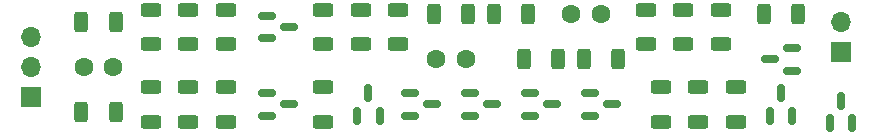
<source format=gbr>
%TF.GenerationSoftware,KiCad,Pcbnew,(6.0.10)*%
%TF.CreationDate,2023-01-19T16:24:11+09:00*%
%TF.ProjectId,Test2,54657374-322e-46b6-9963-61645f706362,rev?*%
%TF.SameCoordinates,Original*%
%TF.FileFunction,Soldermask,Top*%
%TF.FilePolarity,Negative*%
%FSLAX46Y46*%
G04 Gerber Fmt 4.6, Leading zero omitted, Abs format (unit mm)*
G04 Created by KiCad (PCBNEW (6.0.10)) date 2023-01-19 16:24:11*
%MOMM*%
%LPD*%
G01*
G04 APERTURE LIST*
G04 Aperture macros list*
%AMRoundRect*
0 Rectangle with rounded corners*
0 $1 Rounding radius*
0 $2 $3 $4 $5 $6 $7 $8 $9 X,Y pos of 4 corners*
0 Add a 4 corners polygon primitive as box body*
4,1,4,$2,$3,$4,$5,$6,$7,$8,$9,$2,$3,0*
0 Add four circle primitives for the rounded corners*
1,1,$1+$1,$2,$3*
1,1,$1+$1,$4,$5*
1,1,$1+$1,$6,$7*
1,1,$1+$1,$8,$9*
0 Add four rect primitives between the rounded corners*
20,1,$1+$1,$2,$3,$4,$5,0*
20,1,$1+$1,$4,$5,$6,$7,0*
20,1,$1+$1,$6,$7,$8,$9,0*
20,1,$1+$1,$8,$9,$2,$3,0*%
G04 Aperture macros list end*
%ADD10C,1.600000*%
%ADD11R,1.700000X1.700000*%
%ADD12O,1.700000X1.700000*%
%ADD13RoundRect,0.150000X0.150000X-0.587500X0.150000X0.587500X-0.150000X0.587500X-0.150000X-0.587500X0*%
%ADD14RoundRect,0.150000X-0.587500X-0.150000X0.587500X-0.150000X0.587500X0.150000X-0.587500X0.150000X0*%
%ADD15RoundRect,0.150000X0.587500X0.150000X-0.587500X0.150000X-0.587500X-0.150000X0.587500X-0.150000X0*%
%ADD16RoundRect,0.250000X-0.625000X0.312500X-0.625000X-0.312500X0.625000X-0.312500X0.625000X0.312500X0*%
%ADD17RoundRect,0.250000X-0.312500X-0.625000X0.312500X-0.625000X0.312500X0.625000X-0.312500X0.625000X0*%
%ADD18RoundRect,0.250000X0.312500X0.625000X-0.312500X0.625000X-0.312500X-0.625000X0.312500X-0.625000X0*%
%ADD19RoundRect,0.250000X0.625000X-0.312500X0.625000X0.312500X-0.625000X0.312500X-0.625000X-0.312500X0*%
G04 APERTURE END LIST*
D10*
%TO.C,C1*%
X34310000Y-22860000D03*
X36810000Y-22860000D03*
%TD*%
%TO.C,C3*%
X78085000Y-18415000D03*
X75585000Y-18415000D03*
%TD*%
%TO.C,C2*%
X66655000Y-22225000D03*
X64155000Y-22225000D03*
%TD*%
D11*
%TO.C,KCS*%
X98425000Y-21590000D03*
D12*
X98425000Y-19050000D03*
%TD*%
%TO.C,G*%
X29845000Y-20305000D03*
X29845000Y-22845000D03*
D11*
X29845000Y-25385000D03*
%TD*%
D13*
%TO.C,Q10*%
X97475000Y-27607500D03*
X99375000Y-27607500D03*
X98425000Y-25732500D03*
%TD*%
D14*
%TO.C,Q9*%
X77167500Y-25085000D03*
X77167500Y-26985000D03*
X79042500Y-26035000D03*
%TD*%
D15*
%TO.C,Q8*%
X92407500Y-22225000D03*
X94282500Y-21275000D03*
X94282500Y-23175000D03*
%TD*%
D13*
%TO.C,Q7*%
X93345000Y-25097500D03*
X94295000Y-26972500D03*
X92395000Y-26972500D03*
%TD*%
D14*
%TO.C,Q6*%
X72087500Y-25085000D03*
X72087500Y-26985000D03*
X73962500Y-26035000D03*
%TD*%
%TO.C,Q5*%
X67007500Y-25085000D03*
X67007500Y-26985000D03*
X68882500Y-26035000D03*
%TD*%
D13*
%TO.C,Q4*%
X57470000Y-26972500D03*
X59370000Y-26972500D03*
X58420000Y-25097500D03*
%TD*%
D14*
%TO.C,Q3*%
X61927500Y-25085000D03*
X61927500Y-26985000D03*
X63802500Y-26035000D03*
%TD*%
%TO.C,Q2*%
X51737500Y-26035000D03*
X49862500Y-26985000D03*
X49862500Y-25085000D03*
%TD*%
%TO.C,Q1*%
X51737500Y-19492500D03*
X49862500Y-20442500D03*
X49862500Y-18542500D03*
%TD*%
D16*
%TO.C,R8*%
X46355000Y-24572500D03*
X46355000Y-27497500D03*
%TD*%
%TO.C,R7*%
X46355000Y-18030000D03*
X46355000Y-20955000D03*
%TD*%
%TO.C,R6*%
X43180000Y-24572500D03*
X43180000Y-27497500D03*
%TD*%
D17*
%TO.C,R23*%
X91882500Y-18415000D03*
X94807500Y-18415000D03*
%TD*%
D16*
%TO.C,R4*%
X40005000Y-24572500D03*
X40005000Y-27497500D03*
%TD*%
%TO.C,R3*%
X40005000Y-18030000D03*
X40005000Y-20955000D03*
%TD*%
D18*
%TO.C,R2*%
X34097500Y-26670000D03*
X37022500Y-26670000D03*
%TD*%
D17*
%TO.C,R1*%
X34097500Y-19050000D03*
X37022500Y-19050000D03*
%TD*%
D16*
%TO.C,R22*%
X89535000Y-24572500D03*
X89535000Y-27497500D03*
%TD*%
%TO.C,R21*%
X88265000Y-20955000D03*
X88265000Y-18030000D03*
%TD*%
D19*
%TO.C,R20*%
X86360000Y-27497500D03*
X86360000Y-24572500D03*
%TD*%
D16*
%TO.C,R19*%
X83185000Y-24572500D03*
X83185000Y-27497500D03*
%TD*%
%TO.C,R18*%
X85090000Y-18030000D03*
X85090000Y-20955000D03*
%TD*%
D19*
%TO.C,R17*%
X81915000Y-20955000D03*
X81915000Y-18030000D03*
%TD*%
D17*
%TO.C,R16*%
X76642500Y-22225000D03*
X79567500Y-22225000D03*
%TD*%
%TO.C,R15*%
X71562500Y-22225000D03*
X74487500Y-22225000D03*
%TD*%
%TO.C,R14*%
X69022500Y-18415000D03*
X71947500Y-18415000D03*
%TD*%
D16*
%TO.C,R13*%
X60960000Y-18030000D03*
X60960000Y-20955000D03*
%TD*%
D17*
%TO.C,R12*%
X63942500Y-18415000D03*
X66867500Y-18415000D03*
%TD*%
D16*
%TO.C,R11*%
X57785000Y-20955000D03*
X57785000Y-18030000D03*
%TD*%
%TO.C,R10*%
X54610000Y-20955000D03*
X54610000Y-18030000D03*
%TD*%
%TO.C,R9*%
X54610000Y-24572500D03*
X54610000Y-27497500D03*
%TD*%
%TO.C,R5*%
X43180000Y-18030000D03*
X43180000Y-20955000D03*
%TD*%
M02*

</source>
